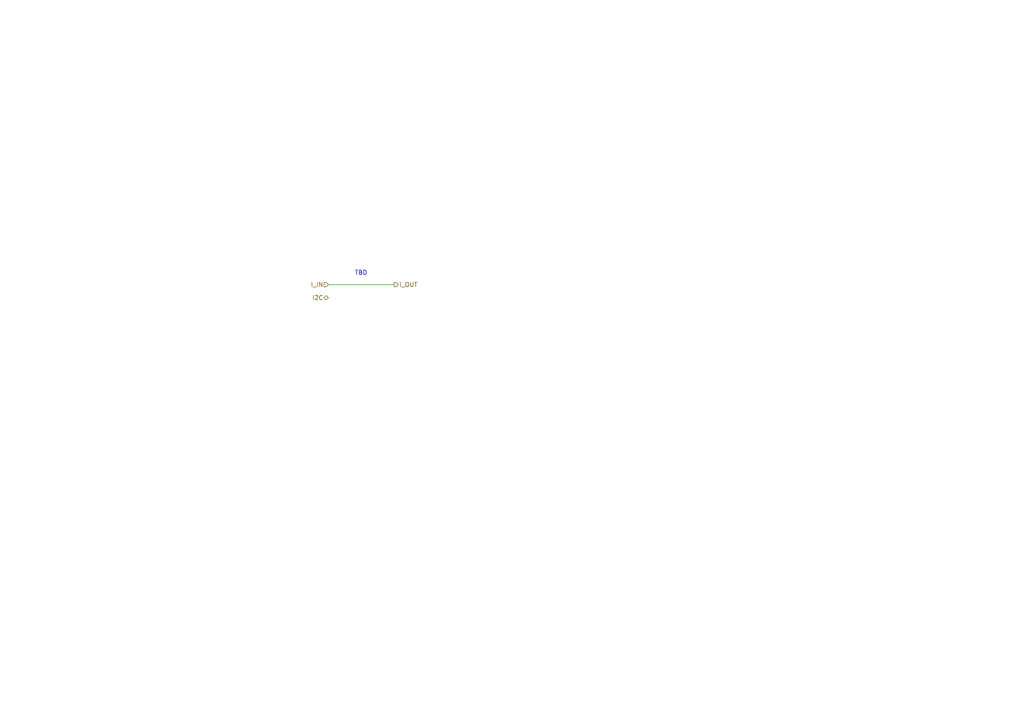
<source format=kicad_sch>
(kicad_sch (version 20211123) (generator eeschema)
  (paper "A4")
  (title_block (date "2022-01-20") (rev "0.0.1"))
  (lib_symbols)
  (wire (pts (xy 95.25 82.55) (xy 114.3 82.55)))
  (text "TBD" (at 102.87 80.01 0) (effects (font (size 1.27 1.27)) (justify left bottom)))
  (hierarchical_label "I_OUT" (shape output) (at 114.3 82.55 0))
  (hierarchical_label "I_IN" (shape input) (at 95.25 82.55 180))
  (hierarchical_label "I2C" (shape bidirectional) (at 95.25 86.36 180))
)
</source>
